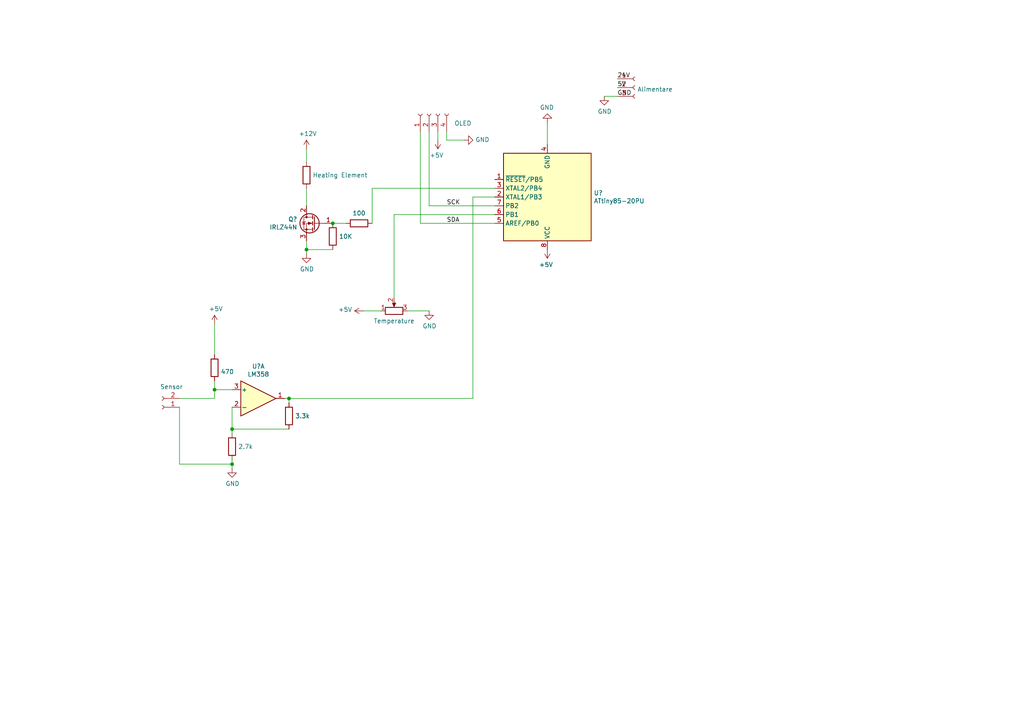
<source format=kicad_sch>
(kicad_sch (version 20211123) (generator eeschema)
  (paper "A4")
  (lib_symbols
    (symbol "Amplifier_Operational:LM358" (pin_names (offset 0.127))
      (property "Reference" "U" (at 0 5.08 0))
      (property "Value" "LM358" (at 0 -5.08 0))
      (symbol "LM358_1_1"
        (polyline (pts (xy -5.08 5.08) (xy 5.08 0) (xy -5.08 -5.08) (xy -5.08 5.08)) (stroke (width 0.254)) (fill (type background)))
        (pin output line (at 7.62 0 180) (length 2.54) (name "~") (number "1"))
        (pin input line (at -7.62 -2.54 0) (length 2.54) (name "-") (number "2"))
        (pin input line (at -7.62 2.54 0) (length 2.54) (name "+") (number "3"))
      )
      (symbol "LM358_2_1"
        (polyline (pts (xy -5.08 5.08) (xy 5.08 0) (xy -5.08 -5.08) (xy -5.08 5.08)) (stroke (width 0.254)) (fill (type background)))
        (pin input line (at -7.62 2.54 0) (length 2.54) (name "+") (number "5"))
        (pin input line (at -7.62 -2.54 0) (length 2.54) (name "-") (number "6"))
        (pin output line (at 7.62 0 180) (length 2.54) (name "~") (number "7"))
      )
      (symbol "LM358_3_1"
        (pin power_in line (at -2.54 -7.62 90) (length 3.81) (name "V-") (number "4"))
        (pin power_in line (at -2.54 7.62 270) (length 3.81) (name "V+") (number "8"))
      )
    )
    (symbol "Connector:Conn_01x02_Female" (pin_names (offset 1.016) hide)
      (property "Reference" "J" (at 0 2.54 0))
      (property "Value" "Conn_01x02_Female" (at 0 -5.08 0))
      (symbol "Conn_01x02_Female_1_1"
        (arc (start 0 -2.032) (mid -0.508 -2.54) (end 0 -3.048) (stroke (width 0.1524)))
        (polyline (pts (xy -1.27 -2.54) (xy -0.508 -2.54)) (stroke (width 0.1524)))
        (polyline (pts (xy -1.27 0) (xy -0.508 0)) (stroke (width 0.1524)))
        (arc (start 0 0.508) (mid -0.508 0) (end 0 -0.508) (stroke (width 0.1524)))
        (pin passive line (at -5.08 0 0) (length 3.81) (name "Pin_1") (number "1"))
        (pin passive line (at -5.08 -2.54 0) (length 3.81) (name "Pin_2") (number "2"))
      )
    )
    (symbol "Connector:Conn_01x03_Female" (pin_names (offset 1.016) hide)
      (property "Reference" "J" (at 0 5.08 0))
      (property "Value" "Conn_01x03_Female" (at 0 -5.08 0))
      (symbol "Conn_01x03_Female_1_1"
        (arc (start 0 -2.032) (mid -0.508 -2.54) (end 0 -3.048) (stroke (width 0.1524)))
        (polyline (pts (xy -1.27 -2.54) (xy -0.508 -2.54)) (stroke (width 0.1524)))
        (polyline (pts (xy -1.27 0) (xy -0.508 0)) (stroke (width 0.1524)))
        (polyline (pts (xy -1.27 2.54) (xy -0.508 2.54)) (stroke (width 0.1524)))
        (arc (start 0 0.508) (mid -0.508 0) (end 0 -0.508) (stroke (width 0.1524)))
        (arc (start 0 3.048) (mid -0.508 2.54) (end 0 2.032) (stroke (width 0.1524)))
        (pin passive line (at -5.08 2.54 0) (length 3.81) (name "Pin_1") (number "1"))
        (pin passive line (at -5.08 0 0) (length 3.81) (name "Pin_2") (number "2"))
        (pin passive line (at -5.08 -2.54 0) (length 3.81) (name "Pin_3") (number "3"))
      )
    )
    (symbol "Connector:Conn_01x04_Female" (pin_names (offset 1.016) hide)
      (property "Reference" "J" (at 0 5.08 0))
      (property "Value" "Conn_01x04_Female" (at 0 -7.62 0))
      (symbol "Conn_01x04_Female_1_1"
        (arc (start 0 -4.572) (mid -0.508 -5.08) (end 0 -5.588) (stroke (width 0.1524)))
        (arc (start 0 -2.032) (mid -0.508 -2.54) (end 0 -3.048) (stroke (width 0.1524)))
        (polyline (pts (xy -1.27 -5.08) (xy -0.508 -5.08)) (stroke (width 0.1524)))
        (polyline (pts (xy -1.27 -2.54) (xy -0.508 -2.54)) (stroke (width 0.1524)))
        (polyline (pts (xy -1.27 0) (xy -0.508 0)) (stroke (width 0.1524)))
        (polyline (pts (xy -1.27 2.54) (xy -0.508 2.54)) (stroke (width 0.1524)))
        (arc (start 0 0.508) (mid -0.508 0) (end 0 -0.508) (stroke (width 0.1524)))
        (arc (start 0 3.048) (mid -0.508 2.54) (end 0 2.032) (stroke (width 0.1524)))
        (pin passive line (at -5.08 2.54 0) (length 3.81) (name "Pin_1") (number "1"))
        (pin passive line (at -5.08 0 0) (length 3.81) (name "Pin_2") (number "2"))
        (pin passive line (at -5.08 -2.54 0) (length 3.81) (name "Pin_3") (number "3"))
        (pin passive line (at -5.08 -5.08 0) (length 3.81) (name "Pin_4") (number "4"))
      )
    )
    (symbol "Device:R" (pin_numbers hide) (pin_names (offset 0))
      (property "Reference" "R" (at 2.032 0 90))
      (property "Value" "R" (at 0 0 90))
      (symbol "R_0_1"
        (rectangle (start -1.016 -2.54) (end 1.016 2.54) (stroke (width 0.254)))
      )
      (symbol "R_1_1"
        (pin passive line (at 0 3.81 270) (length 1.27) (name "~") (number "1"))
        (pin passive line (at 0 -3.81 90) (length 1.27) (name "~") (number "2"))
      )
    )
    (symbol "Device:R_POT" (pin_names (offset 1.016) hide)
      (property "Reference" "RV" (at -4.445 0 90))
      (property "Value" "Device_R_POT" (at -2.54 0 90))
      (symbol "R_POT_0_1"
        (polyline (pts (xy 2.54 0) (xy 1.524 0)))
        (polyline (pts (xy 1.143 0) (xy 2.286 0.508) (xy 2.286 -0.508) (xy 1.143 0)) (fill (type outline)))
        (rectangle (start 1.016 2.54) (end -1.016 -2.54) (stroke (width 0.254)))
      )
      (symbol "R_POT_1_1"
        (pin passive line (at 0 3.81 270) (length 1.27) (name "1") (number "1"))
        (pin passive line (at 3.81 0 180) (length 1.27) (name "2") (number "2"))
        (pin passive line (at 0 -3.81 90) (length 1.27) (name "3") (number "3"))
      )
    )
    (symbol "MCU_Microchip_ATtiny:ATtiny85-20PU"
      (property "Reference" "U" (at -12.7 13.97 0))
      (property "Value" "MCU_Microchip_ATtiny_ATtiny85-20PU" (at 2.54 -13.97 0))
      (symbol "ATtiny85-20PU_0_1"
        (rectangle (start -12.7 -12.7) (end 12.7 12.7) (stroke (width 0.254)) (fill (type background)))
      )
      (symbol "ATtiny85-20PU_1_1"
        (pin bidirectional line (at 15.24 -5.08 180) (length 2.54) (name "~{RESET}/PB5") (number "1"))
        (pin bidirectional line (at 15.24 0 180) (length 2.54) (name "XTAL1/PB3") (number "2"))
        (pin bidirectional line (at 15.24 -2.54 180) (length 2.54) (name "XTAL2/PB4") (number "3"))
        (pin power_in line (at 0 -15.24 90) (length 2.54) (name "GND") (number "4"))
        (pin bidirectional line (at 15.24 7.62 180) (length 2.54) (name "AREF/PB0") (number "5"))
        (pin bidirectional line (at 15.24 5.08 180) (length 2.54) (name "PB1") (number "6"))
        (pin bidirectional line (at 15.24 2.54 180) (length 2.54) (name "PB2") (number "7"))
        (pin power_in line (at 0 15.24 270) (length 2.54) (name "VCC") (number "8"))
      )
    )
    (symbol "Transistor_FET:IRLZ44N" (pin_names hide)
      (property "Reference" "Q" (at 6.35 1.905 0))
      (property "Value" "IRLZ44N" (at 6.35 0 0))
      (symbol "IRLZ44N_0_1"
        (polyline (pts (xy 0.254 0) (xy -2.54 0)))
        (polyline (pts (xy 0.254 1.905) (xy 0.254 -1.905)) (stroke (width 0.254)))
        (polyline (pts (xy 0.762 -1.27) (xy 0.762 -2.286)) (stroke (width 0.254)))
        (polyline (pts (xy 0.762 0.508) (xy 0.762 -0.508)) (stroke (width 0.254)))
        (polyline (pts (xy 0.762 2.286) (xy 0.762 1.27)) (stroke (width 0.254)))
        (polyline (pts (xy 2.54 2.54) (xy 2.54 1.778)))
        (polyline (pts (xy 2.54 -2.54) (xy 2.54 0) (xy 0.762 0)))
        (polyline (pts (xy 0.762 -1.778) (xy 3.302 -1.778) (xy 3.302 1.778) (xy 0.762 1.778)))
        (polyline (pts (xy 1.016 0) (xy 2.032 0.381) (xy 2.032 -0.381) (xy 1.016 0)) (fill (type outline)))
        (polyline (pts (xy 2.794 0.508) (xy 2.921 0.381) (xy 3.683 0.381) (xy 3.81 0.254)))
        (polyline (pts (xy 3.302 0.381) (xy 2.921 -0.254) (xy 3.683 -0.254) (xy 3.302 0.381)))
        (circle (center 1.651 0) (radius 2.794) (stroke (width 0.254)))
        (circle (center 2.54 -1.778) (radius 0.254) (fill (type outline)))
        (circle (center 2.54 1.778) (radius 0.254) (fill (type outline)))
      )
      (symbol "IRLZ44N_1_1"
        (pin input line (at -5.08 0 0) (length 2.54) (name "G") (number "1"))
        (pin passive line (at 2.54 5.08 270) (length 2.54) (name "D") (number "2"))
        (pin passive line (at 2.54 -5.08 90) (length 2.54) (name "S") (number "3"))
      )
    )
    (symbol "power:+12V" (power) (pin_names (offset 0))
      (property "Value" "+12V" (at 0 3.556 0))
      (symbol "+12V_0_1"
        (polyline (pts (xy -0.762 1.27) (xy 0 2.54)))
        (polyline (pts (xy 0 0) (xy 0 2.54)))
        (polyline (pts (xy 0 2.54) (xy 0.762 1.27)))
      )
      (symbol "+12V_1_1"
        (pin power_in line (at 0 0 90) (length 0) hide (name "+12V") (number "1"))
      )
    )
    (symbol "power:+5V" (power) (pin_names (offset 0))
      (property "Value" "+5V" (at 0 3.556 0))
      (symbol "+5V_0_1"
        (polyline (pts (xy -0.762 1.27) (xy 0 2.54)))
        (polyline (pts (xy 0 0) (xy 0 2.54)))
        (polyline (pts (xy 0 2.54) (xy 0.762 1.27)))
      )
      (symbol "+5V_1_1"
        (pin power_in line (at 0 0 90) (length 0) hide (name "+5V") (number "1"))
      )
    )
    (symbol "power:GND" (power) (pin_names (offset 0))
      (property "Value" "GND" (at 0 -3.81 0))
      (symbol "GND_0_1"
        (polyline (pts (xy 0 0) (xy 0 -1.27) (xy 1.27 -1.27) (xy 0 -2.54) (xy -1.27 -1.27) (xy 0 -1.27)))
      )
      (symbol "GND_1_1"
        (pin power_in line (at 0 0 270) (length 0) hide (name "GND") (number "1"))
      )
    )
  )
  (junction (at 96.52 64.77))
  (junction (at 67.31 134.62))
  (junction (at 83.82 115.57))
  (junction (at 62.23 113.03))
  (junction (at 67.31 124.46))
  (junction (at 88.9 72.39))
  (wire (pts (xy 121.92 38.1) (xy 121.92 64.77)))
  (wire (pts (xy 83.82 115.57) (xy 137.16 115.57)))
  (wire (pts (xy 124.46 59.69) (xy 143.51 59.69)))
  (wire (pts (xy 175.26 27.94) (xy 179.07 27.94)))
  (wire (pts (xy 137.16 115.57) (xy 137.16 57.15)))
  (wire (pts (xy 83.82 115.57) (xy 83.82 116.84)))
  (wire (pts (xy 96.52 64.77) (xy 100.33 64.77)))
  (wire (pts (xy 143.51 62.23) (xy 114.3 62.23)))
  (wire (pts (xy 129.54 40.64) (xy 134.62 40.64)))
  (wire (pts (xy 67.31 134.62) (xy 67.31 135.89)))
  (wire (pts (xy 62.23 113.03) (xy 62.23 110.49)))
  (wire (pts (xy 67.31 124.46) (xy 67.31 125.73)))
  (wire (pts (xy 88.9 43.18) (xy 88.9 46.99)))
  (wire (pts (xy 158.75 35.56) (xy 158.75 41.91)))
  (wire (pts (xy 127 38.1) (xy 127 40.64)))
  (wire (pts (xy 62.23 115.57) (xy 62.23 113.03)))
  (wire (pts (xy 107.95 54.61) (xy 143.51 54.61)))
  (wire (pts (xy 67.31 118.11) (xy 67.31 124.46)))
  (wire (pts (xy 96.52 72.39) (xy 88.9 72.39)))
  (wire (pts (xy 52.07 134.62) (xy 67.31 134.62)))
  (wire (pts (xy 105.41 90.17) (xy 110.49 90.17)))
  (wire (pts (xy 114.3 62.23) (xy 114.3 86.36)))
  (wire (pts (xy 88.9 69.85) (xy 88.9 72.39)))
  (wire (pts (xy 118.11 90.17) (xy 124.46 90.17)))
  (wire (pts (xy 129.54 38.1) (xy 129.54 40.64)))
  (wire (pts (xy 52.07 118.11) (xy 52.07 134.62)))
  (wire (pts (xy 62.23 93.98) (xy 62.23 102.87)))
  (wire (pts (xy 83.82 124.46) (xy 67.31 124.46)))
  (wire (pts (xy 137.16 57.15) (xy 143.51 57.15)))
  (wire (pts (xy 107.95 64.77) (xy 107.95 54.61)))
  (wire (pts (xy 121.92 64.77) (xy 143.51 64.77)))
  (wire (pts (xy 124.46 38.1) (xy 124.46 59.69)))
  (wire (pts (xy 88.9 72.39) (xy 88.9 73.66)))
  (wire (pts (xy 82.55 115.57) (xy 83.82 115.57)))
  (wire (pts (xy 88.9 54.61) (xy 88.9 59.69)))
  (wire (pts (xy 67.31 113.03) (xy 62.23 113.03)))
  (wire (pts (xy 67.31 133.35) (xy 67.31 134.62)))
  (wire (pts (xy 52.07 115.57) (xy 62.23 115.57)))
  (label "24V" (at 179.07 22.86 0))
  (label "SCK" (at 129.54 59.69 0))
  (label "5V" (at 179.07 25.4 0))
  (label "GND" (at 179.07 27.94 0))
  (label "SDA" (at 129.54 64.77 0))
  (symbol (lib_id "Transistor_FET:IRLZ44N") (at 91.44 64.77 0) (mirror y) (unit 1)
    (property "Reference" "Q?" (at 86.233 63.6016 0) (effects (justify left)))
    (property "Value" "IRLZ44N" (at 86.233 65.913 0) (effects (justify left)))
    (property "Footprint" "Package_TO_SOT_THT:TO-220-3_Vertical" (effects hide))
    (property "Datasheet" "http://www.irf.com/product-info/datasheets/data/irlz44n.pdf" (effects hide))
  )
  (symbol (lib_id "Device:R") (at 104.14 64.77 270) (unit 1)
    (property "Reference" "R?" (effects hide))
    (property "Value" "100" (at 104.14 61.849 90))
  )
  (symbol (lib_id "power:GND") (at 88.9 73.66 0) (unit 1)
    (property "Reference" "#PWR?" (effects hide))
    (property "Value" "GND" (at 89.027 78.0542 0))
  )
  (symbol (lib_id "Device:R") (at 96.52 68.58 180) (unit 1)
    (property "Reference" "R?" (effects hide))
    (property "Value" "10K" (at 98.298 68.58 0) (effects (justify right)))
  )
  (symbol (lib_id "MCU_Microchip_ATtiny:ATtiny85-20PU") (at 158.75 57.15 180) (unit 1)
    (property "Reference" "U?" (at 172.212 55.9816 0) (effects (justify right)))
    (property "Value" "ATtiny85-20PU" (at 172.212 58.293 0) (effects (justify right)))
    (property "Footprint" "Package_DIP:DIP-8_W7.62mm" (effects hide))
    (property "Datasheet" "http://ww1.microchip.com/downloads/en/DeviceDoc/atmel-2586-avr-8-bit-microcontroller-attiny25-attiny45-attiny85_datasheet.pdf" (effects hide))
  )
  (symbol (lib_id "power:GND") (at 158.75 35.56 180) (unit 1)
    (property "Reference" "#PWR?" (effects hide))
    (property "Value" "GND" (at 158.623 31.1658 0))
  )
  (symbol (lib_id "Connector:Conn_01x04_Female") (at 124.46 33.02 90) (unit 1)
    (property "Reference" "J?" (effects hide))
    (property "Value" "OLED" (at 131.7752 35.7632 90) (effects (justify right)))
  )
  (symbol (lib_id "Connector:Conn_01x03_Female") (at 184.15 25.4 0) (unit 1)
    (property "Reference" "J?" (effects hide))
    (property "Value" "Alimentare" (at 184.8612 25.908 0) (effects (justify left)))
  )
  (symbol (lib_id "power:GND") (at 175.26 27.94 0) (unit 1)
    (property "Reference" "#PWR?" (effects hide))
    (property "Value" "GND" (at 175.387 32.3342 0))
  )
  (symbol (lib_id "power:+5V") (at 158.75 72.39 180) (unit 1)
    (property "Reference" "#PWR?" (effects hide))
    (property "Value" "+5V" (at 158.369 76.7842 0))
  )
  (symbol (lib_id "power:GND") (at 134.62 40.64 90) (unit 1)
    (property "Reference" "#PWR?" (effects hide))
    (property "Value" "GND" (at 137.8712 40.513 90) (effects (justify right)))
  )
  (symbol (lib_id "power:+5V") (at 127 40.64 180) (unit 1)
    (property "Reference" "#PWR?" (effects hide))
    (property "Value" "+5V" (at 126.619 45.0342 0))
  )
  (symbol (lib_id "Device:R") (at 88.9 50.8 0) (unit 1)
    (property "Reference" "R?" (effects hide))
    (property "Value" "Heating Element" (at 90.678 50.8 0) (effects (justify left)))
  )
  (symbol (lib_id "power:+12V") (at 88.9 43.18 0) (unit 1)
    (property "Reference" "#PWR?" (effects hide))
    (property "Value" "+12V" (at 89.281 38.7858 0))
  )
  (symbol (lib_id "Device:R_POT") (at 114.3 90.17 90) (unit 1)
    (property "Reference" "RV?" (effects hide))
    (property "Value" "Temperature" (at 114.3 93.091 90))
  )
  (symbol (lib_id "power:+5V") (at 105.41 90.17 90) (unit 1)
    (property "Reference" "#PWR?" (effects hide))
    (property "Value" "+5V" (at 102.1588 89.789 90) (effects (justify left)))
  )
  (symbol (lib_id "power:GND") (at 124.46 90.17 0) (unit 1)
    (property "Reference" "#PWR?" (effects hide))
    (property "Value" "GND" (at 124.587 94.5642 0))
  )
  (symbol (lib_id "Amplifier_Operational:LM358") (at 74.93 115.57 0) (unit 1)
    (property "Reference" "U?" (at 74.93 106.2482 0))
    (property "Value" "LM358" (at 74.93 108.5596 0))
    (property "Datasheet" "http://www.ti.com/lit/ds/symlink/lm2904-n.pdf" (effects hide))
  )
  (symbol (lib_id "Device:R") (at 83.82 120.65 0) (unit 1)
    (property "Reference" "R?" (effects hide))
    (property "Value" "3.3k" (at 85.598 120.65 0) (effects (justify left)))
  )
  (symbol (lib_id "Device:R") (at 67.31 129.54 0) (unit 1)
    (property "Reference" "R?" (effects hide))
    (property "Value" "2.7k" (at 69.088 129.54 0) (effects (justify left)))
  )
  (symbol (lib_id "Device:R") (at 62.23 106.68 0) (unit 1)
    (property "Reference" "R?" (effects hide))
    (property "Value" "470" (at 64.008 107.823 0) (effects (justify left)))
  )
  (symbol (lib_id "Connector:Conn_01x02_Female") (at 46.99 118.11 180) (unit 1)
    (property "Reference" "J?" (effects hide))
    (property "Value" "Sensor" (at 49.7332 112.1918 0))
  )
  (symbol (lib_id "power:+5V") (at 62.23 93.98 0) (unit 1)
    (property "Reference" "#PWR?" (effects hide))
    (property "Value" "+5V" (at 62.611 89.5858 0))
  )
  (symbol (lib_id "power:GND") (at 67.31 135.89 0) (unit 1)
    (property "Reference" "#PWR?" (effects hide))
    (property "Value" "GND" (at 67.437 140.2842 0))
  )
)
</source>
